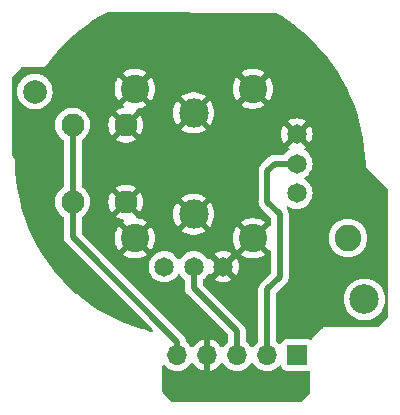
<source format=gbr>
%TF.GenerationSoftware,KiCad,Pcbnew,7.0.5*%
%TF.CreationDate,2023-08-28T18:37:27-04:00*%
%TF.ProjectId,StickRight,53746963-6b52-4696-9768-742e6b696361,rev?*%
%TF.SameCoordinates,Original*%
%TF.FileFunction,Copper,L1,Top*%
%TF.FilePolarity,Positive*%
%FSLAX46Y46*%
G04 Gerber Fmt 4.6, Leading zero omitted, Abs format (unit mm)*
G04 Created by KiCad (PCBNEW 7.0.5) date 2023-08-28 18:37:27*
%MOMM*%
%LPD*%
G01*
G04 APERTURE LIST*
%TA.AperFunction,ComponentPad*%
%ADD10R,1.700000X1.700000*%
%TD*%
%TA.AperFunction,ComponentPad*%
%ADD11O,1.700000X1.700000*%
%TD*%
%TA.AperFunction,ComponentPad*%
%ADD12C,1.950000*%
%TD*%
%TA.AperFunction,ComponentPad*%
%ADD13C,1.650000*%
%TD*%
%TA.AperFunction,ComponentPad*%
%ADD14C,2.500000*%
%TD*%
%TA.AperFunction,ComponentPad*%
%ADD15C,2.000000*%
%TD*%
%TA.AperFunction,ComponentPad*%
%ADD16C,2.250000*%
%TD*%
%TA.AperFunction,ComponentPad*%
%ADD17C,2.400000*%
%TD*%
%TA.AperFunction,ComponentPad*%
%ADD18C,2.475000*%
%TD*%
%TA.AperFunction,ViaPad*%
%ADD19C,0.600000*%
%TD*%
%TA.AperFunction,Conductor*%
%ADD20C,0.500000*%
%TD*%
G04 APERTURE END LIST*
D10*
%TO.P,J1,1,Pin_1*%
%TO.N,Net-(J1-Pin_1)*%
X147275000Y-96625000D03*
D11*
%TO.P,J1,2,Pin_2*%
%TO.N,Net-(J1-Pin_2)*%
X144735000Y-96625000D03*
%TO.P,J1,3,Pin_3*%
%TO.N,Net-(J1-Pin_3)*%
X142195000Y-96625000D03*
%TO.P,J1,4,Pin_4*%
%TO.N,GND*%
X139655000Y-96625000D03*
%TO.P,J1,5,Pin_5*%
%TO.N,Net-(J1-Pin_5)*%
X137115000Y-96625000D03*
%TD*%
D12*
%TO.P,U1,A1,A1*%
%TO.N,GND*%
X132765000Y-83680000D03*
X132765000Y-77180000D03*
D13*
%TO.P,U1,A11,A11*%
%TO.N,Net-(J1-Pin_1)*%
X136015000Y-89160000D03*
%TO.P,U1,A12,A12*%
%TO.N,Net-(J1-Pin_3)*%
X138515000Y-89160000D03*
%TO.P,U1,A13,A13*%
%TO.N,GND*%
X141015000Y-89160000D03*
D12*
%TO.P,U1,B1,B1*%
%TO.N,Net-(J1-Pin_5)*%
X128265000Y-83680000D03*
X128265000Y-77180000D03*
D14*
%TO.P,U1,B2*%
%TO.N,N/C*%
X152967500Y-91933000D03*
D15*
X125067500Y-74333000D03*
D16*
%TO.P,U1,B3*%
X151567500Y-86733000D03*
D13*
%TO.P,U1,B11,B11*%
%TO.N,Net-(J1-Pin_1)*%
X147245000Y-82930000D03*
%TO.P,U1,B12,B12*%
%TO.N,Net-(J1-Pin_2)*%
X147245000Y-80430000D03*
%TO.P,U1,B13,B13*%
%TO.N,GND*%
X147245000Y-77930000D03*
D17*
%TO.P,U1,MH1,MH1*%
X143515000Y-86755000D03*
X143515000Y-74105000D03*
X133515000Y-86755000D03*
X133515000Y-74105000D03*
D18*
%TO.P,U1,MH2,MH2*%
X138515000Y-84730000D03*
X138515000Y-76130000D03*
%TD*%
D19*
%TO.N,GND*%
X127500000Y-72500000D03*
X150000000Y-92500000D03*
X125000000Y-82500000D03*
X147500000Y-70000000D03*
X150000000Y-75000000D03*
X142500000Y-70000000D03*
X152500000Y-80000000D03*
X137500000Y-100000000D03*
X132500000Y-92500000D03*
X125000000Y-77500000D03*
X132500000Y-70000000D03*
X127500000Y-87500000D03*
X147500000Y-100000000D03*
X137500000Y-70000000D03*
%TD*%
D20*
%TO.N,Net-(J1-Pin_2)*%
X144750000Y-81060000D02*
X145380000Y-80430000D01*
X144735000Y-96625000D02*
X144735000Y-91085000D01*
X145790000Y-90030000D02*
X145790000Y-84700000D01*
X145380000Y-80430000D02*
X147245000Y-80430000D01*
X145790000Y-84700000D02*
X144750000Y-83660000D01*
X144735000Y-91085000D02*
X145790000Y-90030000D01*
X144750000Y-83660000D02*
X144750000Y-81060000D01*
%TO.N,Net-(J1-Pin_3)*%
X142195000Y-94645000D02*
X142195000Y-96625000D01*
X138515000Y-89160000D02*
X138515000Y-90965000D01*
X138515000Y-90965000D02*
X142195000Y-94645000D01*
%TO.N,Net-(J1-Pin_5)*%
X128265000Y-77180000D02*
X128265000Y-83680000D01*
X128265000Y-86655000D02*
X137115000Y-95505000D01*
X128265000Y-83680000D02*
X128265000Y-86655000D01*
X137115000Y-95505000D02*
X137115000Y-96625000D01*
%TD*%
%TA.AperFunction,Conductor*%
%TO.N,GND*%
G36*
X139905000Y-97955633D02*
G01*
X140118483Y-97898433D01*
X140118492Y-97898429D01*
X140332578Y-97798600D01*
X140526082Y-97663105D01*
X140693105Y-97496082D01*
X140823119Y-97310405D01*
X140877696Y-97266781D01*
X140947195Y-97259588D01*
X141009549Y-97291110D01*
X141026269Y-97310405D01*
X141156505Y-97496401D01*
X141323599Y-97663495D01*
X141420384Y-97731265D01*
X141517165Y-97799032D01*
X141517167Y-97799033D01*
X141517170Y-97799035D01*
X141731337Y-97898903D01*
X141959592Y-97960063D01*
X142136034Y-97975500D01*
X142194999Y-97980659D01*
X142195000Y-97980659D01*
X142195001Y-97980659D01*
X142253966Y-97975500D01*
X142430408Y-97960063D01*
X142658663Y-97898903D01*
X142872830Y-97799035D01*
X143066401Y-97663495D01*
X143233495Y-97496401D01*
X143363424Y-97310842D01*
X143418002Y-97267217D01*
X143487500Y-97260023D01*
X143549855Y-97291546D01*
X143566575Y-97310842D01*
X143696281Y-97496082D01*
X143696505Y-97496401D01*
X143863599Y-97663495D01*
X143960384Y-97731265D01*
X144057165Y-97799032D01*
X144057167Y-97799033D01*
X144057170Y-97799035D01*
X144271337Y-97898903D01*
X144499592Y-97960063D01*
X144676034Y-97975500D01*
X144734999Y-97980659D01*
X144735000Y-97980659D01*
X144735001Y-97980659D01*
X144793966Y-97975500D01*
X144970408Y-97960063D01*
X145198663Y-97898903D01*
X145412830Y-97799035D01*
X145606401Y-97663495D01*
X145728329Y-97541566D01*
X145789648Y-97508084D01*
X145859340Y-97513068D01*
X145915274Y-97554939D01*
X145932189Y-97585917D01*
X145981202Y-97717328D01*
X145981206Y-97717335D01*
X146067452Y-97832544D01*
X146067455Y-97832547D01*
X146182664Y-97918793D01*
X146182671Y-97918797D01*
X146317517Y-97969091D01*
X146317516Y-97969091D01*
X146320251Y-97969385D01*
X146377127Y-97975500D01*
X148172872Y-97975499D01*
X148229746Y-97969385D01*
X148298506Y-97981792D01*
X148349642Y-98029403D01*
X148367000Y-98092675D01*
X148367000Y-99774323D01*
X148347315Y-99841362D01*
X148330681Y-99862004D01*
X147596505Y-100596181D01*
X147535182Y-100629666D01*
X147508824Y-100632500D01*
X136726176Y-100632500D01*
X136659137Y-100612815D01*
X136638495Y-100596181D01*
X135903349Y-99861035D01*
X135869864Y-99799712D01*
X135867031Y-99773819D01*
X135860724Y-98092675D01*
X135858793Y-97578091D01*
X135878226Y-97510980D01*
X135930858Y-97465028D01*
X135999978Y-97454825D01*
X136063643Y-97483611D01*
X136072586Y-97492663D01*
X136072677Y-97492573D01*
X136076505Y-97496400D01*
X136076505Y-97496401D01*
X136243599Y-97663495D01*
X136340384Y-97731265D01*
X136437165Y-97799032D01*
X136437167Y-97799033D01*
X136437170Y-97799035D01*
X136651337Y-97898903D01*
X136879592Y-97960063D01*
X137056034Y-97975500D01*
X137114999Y-97980659D01*
X137115000Y-97980659D01*
X137115001Y-97980659D01*
X137173966Y-97975500D01*
X137350408Y-97960063D01*
X137578663Y-97898903D01*
X137792830Y-97799035D01*
X137986401Y-97663495D01*
X138153495Y-97496401D01*
X138283730Y-97310405D01*
X138338307Y-97266781D01*
X138407805Y-97259587D01*
X138470160Y-97291110D01*
X138486879Y-97310405D01*
X138616890Y-97496078D01*
X138783917Y-97663105D01*
X138977421Y-97798600D01*
X139191507Y-97898429D01*
X139191516Y-97898433D01*
X139405000Y-97955634D01*
X139405000Y-97060501D01*
X139512685Y-97109680D01*
X139619237Y-97125000D01*
X139690763Y-97125000D01*
X139797315Y-97109680D01*
X139905000Y-97060501D01*
X139905000Y-97955633D01*
G37*
%TD.AperFunction*%
%TA.AperFunction,Conductor*%
G36*
X145389675Y-67644468D02*
G01*
X145452993Y-67661908D01*
X145961450Y-67964482D01*
X145964006Y-67966090D01*
X146588347Y-68380787D01*
X146590818Y-68382518D01*
X147193859Y-68827594D01*
X147196283Y-68829478D01*
X147420468Y-69012747D01*
X147776546Y-69303839D01*
X147778864Y-69305831D01*
X148334945Y-69808330D01*
X148337171Y-69810444D01*
X148867699Y-70339842D01*
X148869807Y-70342052D01*
X148991113Y-70475719D01*
X149373493Y-70897062D01*
X149375499Y-70899385D01*
X149851094Y-71478631D01*
X149852983Y-71481051D01*
X150299338Y-72083134D01*
X150301090Y-72085625D01*
X150717098Y-72709049D01*
X150718738Y-72711644D01*
X151103384Y-73354891D01*
X151104893Y-73357564D01*
X151457229Y-74019045D01*
X151458605Y-74021789D01*
X151777790Y-74699929D01*
X151779023Y-74702727D01*
X152064262Y-75395840D01*
X152065343Y-75398664D01*
X152315919Y-76105008D01*
X152316874Y-76107925D01*
X152532197Y-76825827D01*
X152533005Y-76828789D01*
X152621278Y-77186577D01*
X152706266Y-77531055D01*
X152712530Y-77556442D01*
X152713188Y-77559427D01*
X152854241Y-78283553D01*
X152856483Y-78295064D01*
X152856995Y-78298091D01*
X152963715Y-79039955D01*
X152964077Y-79043003D01*
X153033951Y-79789207D01*
X153034161Y-79792270D01*
X153064054Y-80473413D01*
X153062825Y-80488019D01*
X153063773Y-80488087D01*
X153063140Y-80496928D01*
X153067224Y-80554013D01*
X153067370Y-80557252D01*
X153068348Y-80608443D01*
X153068415Y-80608673D01*
X153072959Y-80634194D01*
X153073409Y-80640483D01*
X153073409Y-80640485D01*
X153091068Y-80687830D01*
X153092546Y-80692308D01*
X153104883Y-80735062D01*
X153108881Y-80741691D01*
X153118881Y-80762400D01*
X153123702Y-80775327D01*
X153123703Y-80775328D01*
X153123704Y-80775331D01*
X153143344Y-80801567D01*
X153149967Y-80810414D01*
X153153423Y-80815546D01*
X153172942Y-80847909D01*
X153172943Y-80847910D01*
X153172945Y-80847913D01*
X153217042Y-80890356D01*
X154930682Y-82603996D01*
X154964166Y-82665317D01*
X154967000Y-82691675D01*
X154967000Y-91876209D01*
X154949348Y-91936322D01*
X154964255Y-91963844D01*
X154967000Y-91989790D01*
X154967000Y-93374323D01*
X154947315Y-93441362D01*
X154930681Y-93462004D01*
X154196505Y-94196181D01*
X154135182Y-94229666D01*
X154108824Y-94232500D01*
X149834643Y-94232500D01*
X149808285Y-94229666D01*
X149803574Y-94228641D01*
X149803570Y-94228641D01*
X149765052Y-94231396D01*
X149751828Y-94232342D01*
X149747406Y-94232500D01*
X149731699Y-94232500D01*
X149716156Y-94234734D01*
X149711760Y-94235207D01*
X149660017Y-94238909D01*
X149660013Y-94238910D01*
X149655486Y-94240598D01*
X149629827Y-94247146D01*
X149625050Y-94247833D01*
X149625043Y-94247835D01*
X149577853Y-94269385D01*
X149573764Y-94271078D01*
X149525175Y-94289200D01*
X149525164Y-94289206D01*
X149521299Y-94292100D01*
X149498520Y-94305615D01*
X149494136Y-94307617D01*
X149494126Y-94307623D01*
X149473304Y-94325666D01*
X149454928Y-94341587D01*
X149451496Y-94344354D01*
X149438902Y-94353781D01*
X149427791Y-94364892D01*
X149424555Y-94367905D01*
X149385361Y-94401867D01*
X149385354Y-94401876D01*
X149382743Y-94405938D01*
X149366116Y-94426568D01*
X148561068Y-95231616D01*
X148540438Y-95248243D01*
X148536376Y-95250854D01*
X148536367Y-95250861D01*
X148502403Y-95290057D01*
X148499387Y-95293296D01*
X148492253Y-95300430D01*
X148430930Y-95333915D01*
X148361239Y-95328931D01*
X148232482Y-95280908D01*
X148232483Y-95280908D01*
X148172883Y-95274501D01*
X148172881Y-95274500D01*
X148172873Y-95274500D01*
X148172864Y-95274500D01*
X146377129Y-95274500D01*
X146377123Y-95274501D01*
X146317516Y-95280908D01*
X146182671Y-95331202D01*
X146182664Y-95331206D01*
X146067455Y-95417452D01*
X146067452Y-95417455D01*
X145981206Y-95532664D01*
X145981203Y-95532669D01*
X145932189Y-95664083D01*
X145890317Y-95720016D01*
X145824853Y-95744433D01*
X145756580Y-95729581D01*
X145728326Y-95708430D01*
X145606403Y-95586507D01*
X145606402Y-95586506D01*
X145606401Y-95586505D01*
X145558628Y-95553054D01*
X145538375Y-95538872D01*
X145494751Y-95484294D01*
X145485500Y-95437298D01*
X145485500Y-91933004D01*
X151212092Y-91933004D01*
X151231696Y-92194620D01*
X151231697Y-92194625D01*
X151290076Y-92450402D01*
X151290078Y-92450411D01*
X151290080Y-92450416D01*
X151385932Y-92694643D01*
X151517114Y-92921857D01*
X151649236Y-93087533D01*
X151680698Y-93126985D01*
X151862253Y-93295441D01*
X151873021Y-93305433D01*
X152089796Y-93453228D01*
X152089801Y-93453230D01*
X152089802Y-93453231D01*
X152089803Y-93453232D01*
X152215343Y-93513688D01*
X152326173Y-93567061D01*
X152326174Y-93567061D01*
X152326177Y-93567063D01*
X152576885Y-93644396D01*
X152836318Y-93683500D01*
X153098682Y-93683500D01*
X153358115Y-93644396D01*
X153608823Y-93567063D01*
X153795611Y-93477110D01*
X153845196Y-93453232D01*
X153845196Y-93453231D01*
X153845204Y-93453228D01*
X154061979Y-93305433D01*
X154254305Y-93126981D01*
X154417886Y-92921857D01*
X154549068Y-92694643D01*
X154644920Y-92450416D01*
X154703302Y-92194630D01*
X154706452Y-92152594D01*
X154719347Y-91980524D01*
X154737556Y-91932203D01*
X154724023Y-91911144D01*
X154719347Y-91885475D01*
X154703303Y-91671379D01*
X154703302Y-91671374D01*
X154703302Y-91671370D01*
X154644920Y-91415584D01*
X154549068Y-91171357D01*
X154417886Y-90944143D01*
X154254305Y-90739019D01*
X154254304Y-90739018D01*
X154254301Y-90739014D01*
X154061979Y-90560567D01*
X154031214Y-90539592D01*
X153845204Y-90412772D01*
X153845200Y-90412770D01*
X153845197Y-90412768D01*
X153845196Y-90412767D01*
X153608825Y-90298938D01*
X153608827Y-90298938D01*
X153358123Y-90221606D01*
X153358119Y-90221605D01*
X153358115Y-90221604D01*
X153233323Y-90202794D01*
X153098687Y-90182500D01*
X153098682Y-90182500D01*
X152836318Y-90182500D01*
X152836312Y-90182500D01*
X152674747Y-90206853D01*
X152576885Y-90221604D01*
X152576881Y-90221605D01*
X152576882Y-90221605D01*
X152576876Y-90221606D01*
X152326173Y-90298938D01*
X152089803Y-90412767D01*
X152089802Y-90412768D01*
X151873020Y-90560567D01*
X151680698Y-90739014D01*
X151517114Y-90944143D01*
X151385932Y-91171356D01*
X151290082Y-91415578D01*
X151290076Y-91415597D01*
X151231697Y-91671374D01*
X151231696Y-91671379D01*
X151212092Y-91932995D01*
X151212092Y-91933004D01*
X145485500Y-91933004D01*
X145485500Y-91447229D01*
X145505185Y-91380190D01*
X145521819Y-91359548D01*
X145886303Y-90995064D01*
X146275642Y-90605724D01*
X146289257Y-90593958D01*
X146308530Y-90579610D01*
X146342123Y-90539574D01*
X146345757Y-90535608D01*
X146351590Y-90529777D01*
X146371376Y-90504750D01*
X146372494Y-90503378D01*
X146421302Y-90445214D01*
X146421303Y-90445211D01*
X146425272Y-90439179D01*
X146425323Y-90439212D01*
X146429369Y-90432860D01*
X146429317Y-90432828D01*
X146433109Y-90426679D01*
X146433111Y-90426677D01*
X146465195Y-90357869D01*
X146465958Y-90356292D01*
X146500040Y-90288433D01*
X146500043Y-90288417D01*
X146502510Y-90281644D01*
X146502568Y-90281665D01*
X146505043Y-90274546D01*
X146504985Y-90274527D01*
X146507255Y-90267677D01*
X146510876Y-90250141D01*
X146522608Y-90193319D01*
X146522990Y-90191596D01*
X146540501Y-90117716D01*
X146541339Y-90110548D01*
X146541397Y-90110554D01*
X146542164Y-90103056D01*
X146542104Y-90103051D01*
X146542733Y-90095860D01*
X146540526Y-90019988D01*
X146540500Y-90018185D01*
X146540500Y-86733000D01*
X149936974Y-86733000D01*
X149957047Y-86988064D01*
X149957047Y-86988067D01*
X149957048Y-86988070D01*
X150006494Y-87194025D01*
X150016779Y-87236864D01*
X150114688Y-87473239D01*
X150114690Y-87473242D01*
X150248375Y-87691396D01*
X150248378Y-87691401D01*
X150312499Y-87766476D01*
X150414544Y-87885956D01*
X150535683Y-87989418D01*
X150609098Y-88052121D01*
X150609100Y-88052122D01*
X150609101Y-88052123D01*
X150633972Y-88067364D01*
X150827257Y-88185809D01*
X150827260Y-88185811D01*
X151063635Y-88283720D01*
X151063640Y-88283722D01*
X151312430Y-88343452D01*
X151567500Y-88363526D01*
X151822570Y-88343452D01*
X152071360Y-88283722D01*
X152189551Y-88234765D01*
X152307739Y-88185811D01*
X152307740Y-88185810D01*
X152307743Y-88185809D01*
X152525899Y-88052123D01*
X152720456Y-87885956D01*
X152886623Y-87691399D01*
X153020309Y-87473243D01*
X153057100Y-87384423D01*
X153118220Y-87236864D01*
X153118222Y-87236860D01*
X153177952Y-86988070D01*
X153198026Y-86733000D01*
X153177952Y-86477930D01*
X153118222Y-86229140D01*
X153075325Y-86125577D01*
X153020311Y-85992760D01*
X153020309Y-85992757D01*
X153006439Y-85970123D01*
X152886623Y-85774601D01*
X152886622Y-85774600D01*
X152886621Y-85774598D01*
X152811596Y-85686756D01*
X152720456Y-85580044D01*
X152607025Y-85483165D01*
X152525901Y-85413878D01*
X152525896Y-85413875D01*
X152307742Y-85280190D01*
X152307739Y-85280188D01*
X152071364Y-85182279D01*
X152071360Y-85182278D01*
X151822570Y-85122548D01*
X151822567Y-85122547D01*
X151822564Y-85122547D01*
X151600596Y-85105078D01*
X151567500Y-85102474D01*
X151567499Y-85102474D01*
X151312435Y-85122547D01*
X151312431Y-85122547D01*
X151312430Y-85122548D01*
X151188034Y-85152412D01*
X151063635Y-85182279D01*
X150827260Y-85280188D01*
X150827257Y-85280190D01*
X150609103Y-85413875D01*
X150609098Y-85413878D01*
X150414544Y-85580044D01*
X150248378Y-85774598D01*
X150248375Y-85774603D01*
X150114690Y-85992757D01*
X150114688Y-85992760D01*
X150016779Y-86229135D01*
X149957047Y-86477935D01*
X149936974Y-86733000D01*
X146540500Y-86733000D01*
X146540500Y-84763705D01*
X146541809Y-84745735D01*
X146544113Y-84730004D01*
X146545289Y-84721977D01*
X146540735Y-84669933D01*
X146540500Y-84664532D01*
X146540500Y-84656296D01*
X146540500Y-84656291D01*
X146536787Y-84624534D01*
X146536620Y-84622898D01*
X146532082Y-84571025D01*
X146529999Y-84547208D01*
X146528538Y-84540135D01*
X146528598Y-84540122D01*
X146526966Y-84532764D01*
X146526908Y-84532778D01*
X146525242Y-84525749D01*
X146499275Y-84454404D01*
X146498703Y-84452762D01*
X146474814Y-84380666D01*
X146474811Y-84380662D01*
X146471762Y-84374121D01*
X146471815Y-84374095D01*
X146468531Y-84367311D01*
X146468479Y-84367338D01*
X146465236Y-84360882D01*
X146423530Y-84297469D01*
X146422561Y-84295949D01*
X146403033Y-84264290D01*
X146386385Y-84237300D01*
X146367945Y-84169908D01*
X146388867Y-84103245D01*
X146442509Y-84058475D01*
X146511839Y-84049813D01*
X146563046Y-84070627D01*
X146579718Y-84082301D01*
X146789921Y-84180320D01*
X147013950Y-84240349D01*
X147171424Y-84254126D01*
X147244998Y-84260563D01*
X147245000Y-84260563D01*
X147245002Y-84260563D01*
X147318576Y-84254126D01*
X147476050Y-84240349D01*
X147700079Y-84180320D01*
X147910282Y-84082301D01*
X148100269Y-83949270D01*
X148264270Y-83785269D01*
X148397301Y-83595282D01*
X148495320Y-83385079D01*
X148555349Y-83161050D01*
X148575563Y-82930000D01*
X148555349Y-82698950D01*
X148495320Y-82474921D01*
X148397301Y-82264719D01*
X148397299Y-82264716D01*
X148397298Y-82264714D01*
X148264273Y-82074735D01*
X148264268Y-82074729D01*
X148100269Y-81910730D01*
X148100268Y-81910729D01*
X147915814Y-81781572D01*
X147872192Y-81726998D01*
X147864999Y-81657499D01*
X147896521Y-81595145D01*
X147915809Y-81578430D01*
X148100269Y-81449270D01*
X148264270Y-81285269D01*
X148397301Y-81095282D01*
X148495320Y-80885079D01*
X148555349Y-80661050D01*
X148575563Y-80430000D01*
X148555349Y-80198950D01*
X148495320Y-79974921D01*
X148397301Y-79764719D01*
X148397299Y-79764716D01*
X148397298Y-79764714D01*
X148264273Y-79574735D01*
X148264268Y-79574729D01*
X148100269Y-79410730D01*
X147915379Y-79281268D01*
X147871757Y-79226693D01*
X147864564Y-79157194D01*
X147896086Y-79094840D01*
X147915381Y-79078120D01*
X147988423Y-79026975D01*
X147416568Y-78455121D01*
X147533458Y-78404349D01*
X147650739Y-78308934D01*
X147737928Y-78185415D01*
X147768354Y-78099802D01*
X148341975Y-78673423D01*
X148396867Y-78595030D01*
X148494847Y-78384909D01*
X148494851Y-78384900D01*
X148554852Y-78160968D01*
X148554854Y-78160958D01*
X148575061Y-77930000D01*
X148575061Y-77929999D01*
X148554854Y-77699041D01*
X148554852Y-77699031D01*
X148494851Y-77475099D01*
X148494847Y-77475090D01*
X148396868Y-77264972D01*
X148341974Y-77186576D01*
X147770929Y-77757622D01*
X147768116Y-77744085D01*
X147698558Y-77609844D01*
X147595362Y-77499348D01*
X147466181Y-77420791D01*
X147414997Y-77406450D01*
X147988423Y-76833024D01*
X147988422Y-76833023D01*
X147910031Y-76778133D01*
X147910029Y-76778132D01*
X147699909Y-76680152D01*
X147699900Y-76680148D01*
X147475968Y-76620147D01*
X147475958Y-76620145D01*
X147245001Y-76599939D01*
X147244999Y-76599939D01*
X147014041Y-76620145D01*
X147014031Y-76620147D01*
X146790099Y-76680148D01*
X146790090Y-76680152D01*
X146579971Y-76778132D01*
X146579969Y-76778133D01*
X146501577Y-76833024D01*
X146501576Y-76833024D01*
X147073431Y-77404878D01*
X146956542Y-77455651D01*
X146839261Y-77551066D01*
X146752072Y-77674585D01*
X146721645Y-77760196D01*
X146148025Y-77186576D01*
X146148024Y-77186577D01*
X146093133Y-77264969D01*
X146093132Y-77264971D01*
X145995152Y-77475090D01*
X145995148Y-77475099D01*
X145935147Y-77699031D01*
X145935145Y-77699041D01*
X145914939Y-77929999D01*
X145914939Y-77930000D01*
X145935145Y-78160958D01*
X145935147Y-78160968D01*
X145995148Y-78384900D01*
X145995152Y-78384909D01*
X146093132Y-78595029D01*
X146093133Y-78595031D01*
X146148023Y-78673422D01*
X146148023Y-78673423D01*
X146719070Y-78102376D01*
X146721884Y-78115915D01*
X146791442Y-78250156D01*
X146894638Y-78360652D01*
X147023819Y-78439209D01*
X147075002Y-78453549D01*
X146501575Y-79026975D01*
X146501575Y-79026976D01*
X146574618Y-79078120D01*
X146618243Y-79132696D01*
X146625437Y-79202194D01*
X146593915Y-79264549D01*
X146574619Y-79281270D01*
X146389731Y-79410730D01*
X146389729Y-79410731D01*
X146225731Y-79574729D01*
X146225726Y-79574735D01*
X146189395Y-79626623D01*
X146134819Y-79670248D01*
X146087820Y-79679500D01*
X145443708Y-79679500D01*
X145425737Y-79678191D01*
X145401979Y-79674711D01*
X145401973Y-79674710D01*
X145356903Y-79678654D01*
X145349931Y-79679264D01*
X145344530Y-79679500D01*
X145336283Y-79679500D01*
X145304606Y-79683202D01*
X145302832Y-79683384D01*
X145272390Y-79686047D01*
X145227198Y-79690001D01*
X145220132Y-79691460D01*
X145220120Y-79691404D01*
X145212763Y-79693035D01*
X145212777Y-79693092D01*
X145205740Y-79694760D01*
X145134385Y-79720729D01*
X145132685Y-79721320D01*
X145060668Y-79745185D01*
X145054126Y-79748236D01*
X145054101Y-79748183D01*
X145047308Y-79751471D01*
X145047334Y-79751523D01*
X145040880Y-79754764D01*
X144977468Y-79796470D01*
X144975948Y-79797439D01*
X144911348Y-79837285D01*
X144905683Y-79841765D01*
X144905647Y-79841719D01*
X144899797Y-79846485D01*
X144899834Y-79846529D01*
X144894304Y-79851169D01*
X144842197Y-79906396D01*
X144840942Y-79907688D01*
X144264358Y-80484272D01*
X144250729Y-80496051D01*
X144231468Y-80510390D01*
X144197898Y-80550397D01*
X144194253Y-80554376D01*
X144188407Y-80560223D01*
X144168618Y-80585251D01*
X144167481Y-80586647D01*
X144118694Y-80644790D01*
X144114729Y-80650819D01*
X144114682Y-80650788D01*
X144110630Y-80657147D01*
X144110679Y-80657177D01*
X144106889Y-80663321D01*
X144074812Y-80732110D01*
X144074027Y-80733731D01*
X144039957Y-80801572D01*
X144037488Y-80808357D01*
X144037432Y-80808336D01*
X144034960Y-80815450D01*
X144035015Y-80815469D01*
X144032743Y-80822325D01*
X144017391Y-80896670D01*
X144017001Y-80898428D01*
X143999499Y-80972279D01*
X143998661Y-80979454D01*
X143998601Y-80979447D01*
X143997835Y-80986945D01*
X143997895Y-80986951D01*
X143997265Y-80994140D01*
X143999474Y-81070030D01*
X143999500Y-81071833D01*
X143999500Y-83596294D01*
X143998191Y-83614263D01*
X143994710Y-83638025D01*
X143999264Y-83690064D01*
X143999500Y-83695470D01*
X143999500Y-83703712D01*
X144003202Y-83735391D01*
X144003383Y-83737159D01*
X144004515Y-83750095D01*
X144010000Y-83812792D01*
X144011461Y-83819867D01*
X144011403Y-83819878D01*
X144013034Y-83827237D01*
X144013092Y-83827224D01*
X144014757Y-83834249D01*
X144014758Y-83834254D01*
X144014759Y-83834255D01*
X144032302Y-83882457D01*
X144040708Y-83905551D01*
X144041299Y-83907253D01*
X144065182Y-83979326D01*
X144068236Y-83985874D01*
X144068182Y-83985898D01*
X144071470Y-83992688D01*
X144071521Y-83992663D01*
X144074761Y-83999113D01*
X144074762Y-83999114D01*
X144074763Y-83999117D01*
X144116494Y-84062567D01*
X144117443Y-84064058D01*
X144157289Y-84128657D01*
X144161766Y-84134319D01*
X144161719Y-84134355D01*
X144166483Y-84140202D01*
X144166529Y-84140164D01*
X144171164Y-84145687D01*
X144171170Y-84145696D01*
X144196834Y-84169908D01*
X144226366Y-84197770D01*
X144227660Y-84199027D01*
X145003181Y-84974548D01*
X145036666Y-85035871D01*
X145039500Y-85062229D01*
X145039500Y-85619717D01*
X145019815Y-85686756D01*
X144967011Y-85732511D01*
X144908548Y-85743522D01*
X144881546Y-85742005D01*
X144231660Y-86391890D01*
X144144423Y-86253052D01*
X144016948Y-86125577D01*
X143878108Y-86038338D01*
X144528185Y-85388261D01*
X144367377Y-85278624D01*
X144367376Y-85278623D01*
X144137823Y-85168078D01*
X144137825Y-85168078D01*
X143894347Y-85092975D01*
X143894341Y-85092973D01*
X143642404Y-85055000D01*
X143387595Y-85055000D01*
X143135658Y-85092973D01*
X143135652Y-85092975D01*
X142892175Y-85168078D01*
X142662624Y-85278623D01*
X142662616Y-85278628D01*
X142501813Y-85388261D01*
X143151891Y-86038338D01*
X143013052Y-86125577D01*
X142885577Y-86253052D01*
X142798338Y-86391891D01*
X142148453Y-85742006D01*
X142106455Y-85794670D01*
X141979058Y-86015328D01*
X141885973Y-86252505D01*
X141885968Y-86252522D01*
X141829273Y-86500920D01*
X141810233Y-86754995D01*
X141810233Y-86755004D01*
X141829273Y-87009079D01*
X141885968Y-87257477D01*
X141885973Y-87257494D01*
X141979058Y-87494671D01*
X141979057Y-87494671D01*
X142106457Y-87715332D01*
X142148452Y-87767993D01*
X142148453Y-87767993D01*
X142798338Y-87118108D01*
X142885577Y-87256948D01*
X143013052Y-87384423D01*
X143151890Y-87471661D01*
X142501813Y-88121737D01*
X142662623Y-88231375D01*
X142662624Y-88231376D01*
X142892176Y-88341921D01*
X142892174Y-88341921D01*
X143135652Y-88417024D01*
X143135658Y-88417026D01*
X143387595Y-88454999D01*
X143387604Y-88455000D01*
X143642396Y-88455000D01*
X143642404Y-88454999D01*
X143894341Y-88417026D01*
X143894347Y-88417024D01*
X144137824Y-88341921D01*
X144367381Y-88231373D01*
X144528185Y-88121737D01*
X143878108Y-87471661D01*
X144016948Y-87384423D01*
X144144423Y-87256948D01*
X144231661Y-87118108D01*
X144881544Y-87767992D01*
X144908547Y-87766476D01*
X144976584Y-87782370D01*
X145025228Y-87832526D01*
X145039500Y-87890281D01*
X145039500Y-89667769D01*
X145019815Y-89734808D01*
X145003181Y-89755450D01*
X144249358Y-90509272D01*
X144235729Y-90521051D01*
X144216468Y-90535390D01*
X144182898Y-90575397D01*
X144179253Y-90579376D01*
X144173407Y-90585223D01*
X144153618Y-90610251D01*
X144152481Y-90611647D01*
X144103694Y-90669790D01*
X144099729Y-90675819D01*
X144099682Y-90675788D01*
X144095630Y-90682147D01*
X144095679Y-90682177D01*
X144091889Y-90688321D01*
X144059812Y-90757110D01*
X144059027Y-90758731D01*
X144024957Y-90826572D01*
X144022488Y-90833357D01*
X144022432Y-90833336D01*
X144019960Y-90840450D01*
X144020015Y-90840469D01*
X144017743Y-90847325D01*
X144002391Y-90921670D01*
X144002001Y-90923428D01*
X143984499Y-90997279D01*
X143983661Y-91004454D01*
X143983601Y-91004447D01*
X143982835Y-91011945D01*
X143982895Y-91011951D01*
X143982265Y-91019140D01*
X143984474Y-91095030D01*
X143984500Y-91096833D01*
X143984500Y-95437298D01*
X143964815Y-95504337D01*
X143931625Y-95538872D01*
X143863595Y-95586507D01*
X143696505Y-95753597D01*
X143566575Y-95939158D01*
X143511998Y-95982783D01*
X143442500Y-95989977D01*
X143380145Y-95958454D01*
X143363425Y-95939158D01*
X143233494Y-95753597D01*
X143066404Y-95586507D01*
X142998375Y-95538872D01*
X142954751Y-95484294D01*
X142945500Y-95437298D01*
X142945500Y-94708705D01*
X142946809Y-94690735D01*
X142947931Y-94683077D01*
X142950289Y-94666977D01*
X142945735Y-94614931D01*
X142945500Y-94609528D01*
X142945500Y-94601296D01*
X142945500Y-94601291D01*
X142941795Y-94569602D01*
X142941618Y-94567876D01*
X142936312Y-94507219D01*
X142934999Y-94492201D01*
X142933539Y-94485129D01*
X142933597Y-94485116D01*
X142931965Y-94477757D01*
X142931906Y-94477772D01*
X142930241Y-94470751D01*
X142930241Y-94470745D01*
X142904267Y-94399382D01*
X142903691Y-94397723D01*
X142879814Y-94325666D01*
X142879810Y-94325659D01*
X142876760Y-94319118D01*
X142876815Y-94319091D01*
X142873533Y-94312313D01*
X142873480Y-94312340D01*
X142870236Y-94305881D01*
X142832058Y-94247835D01*
X142828523Y-94242461D01*
X142827560Y-94240949D01*
X142787710Y-94176342D01*
X142783234Y-94170682D01*
X142783281Y-94170644D01*
X142778519Y-94164799D01*
X142778474Y-94164838D01*
X142773831Y-94159305D01*
X142718616Y-94107212D01*
X142717356Y-94105989D01*
X139301819Y-90690451D01*
X139268334Y-90629128D01*
X139265500Y-90602770D01*
X139265500Y-90317180D01*
X139285185Y-90250141D01*
X139318377Y-90215605D01*
X139350146Y-90193360D01*
X139370269Y-90179270D01*
X139534270Y-90015269D01*
X139663731Y-89830379D01*
X139718307Y-89786757D01*
X139787806Y-89779564D01*
X139850160Y-89811086D01*
X139866880Y-89830382D01*
X139918023Y-89903422D01*
X139918024Y-89903423D01*
X140489070Y-89332376D01*
X140491884Y-89345915D01*
X140561442Y-89480156D01*
X140664638Y-89590652D01*
X140793819Y-89669209D01*
X140845002Y-89683549D01*
X140271575Y-90256975D01*
X140349973Y-90311868D01*
X140560090Y-90409847D01*
X140560099Y-90409851D01*
X140784031Y-90469852D01*
X140784041Y-90469854D01*
X141014999Y-90490061D01*
X141015001Y-90490061D01*
X141245958Y-90469854D01*
X141245968Y-90469852D01*
X141469900Y-90409851D01*
X141469909Y-90409847D01*
X141680030Y-90311867D01*
X141758423Y-90256975D01*
X141186568Y-89685121D01*
X141303458Y-89634349D01*
X141420739Y-89538934D01*
X141507928Y-89415415D01*
X141538354Y-89329802D01*
X142111975Y-89903423D01*
X142166867Y-89825030D01*
X142264847Y-89614909D01*
X142264851Y-89614900D01*
X142324852Y-89390968D01*
X142324854Y-89390958D01*
X142345061Y-89160000D01*
X142345061Y-89159999D01*
X142324854Y-88929041D01*
X142324852Y-88929031D01*
X142264851Y-88705099D01*
X142264847Y-88705090D01*
X142166868Y-88494972D01*
X142111974Y-88416576D01*
X141540929Y-88987622D01*
X141538116Y-88974085D01*
X141468558Y-88839844D01*
X141365362Y-88729348D01*
X141236181Y-88650791D01*
X141184997Y-88636450D01*
X141758423Y-88063024D01*
X141758422Y-88063023D01*
X141680031Y-88008133D01*
X141680029Y-88008132D01*
X141469909Y-87910152D01*
X141469900Y-87910148D01*
X141245968Y-87850147D01*
X141245958Y-87850145D01*
X141015001Y-87829939D01*
X141014999Y-87829939D01*
X140784041Y-87850145D01*
X140784031Y-87850147D01*
X140560099Y-87910148D01*
X140560090Y-87910152D01*
X140349971Y-88008132D01*
X140349969Y-88008133D01*
X140271577Y-88063024D01*
X140271576Y-88063024D01*
X140843431Y-88634878D01*
X140726542Y-88685651D01*
X140609261Y-88781066D01*
X140522072Y-88904585D01*
X140491645Y-88990197D01*
X139918024Y-88416576D01*
X139918023Y-88416577D01*
X139866880Y-88489618D01*
X139812303Y-88533243D01*
X139742805Y-88540437D01*
X139680450Y-88508914D01*
X139663730Y-88489619D01*
X139639489Y-88454999D01*
X139534270Y-88304731D01*
X139370269Y-88140730D01*
X139180282Y-88007699D01*
X138970079Y-87909680D01*
X138970076Y-87909679D01*
X138970074Y-87909678D01*
X138746051Y-87849651D01*
X138746044Y-87849650D01*
X138515002Y-87829437D01*
X138514998Y-87829437D01*
X138283955Y-87849650D01*
X138283948Y-87849651D01*
X138059917Y-87909681D01*
X137849718Y-88007699D01*
X137849714Y-88007701D01*
X137659735Y-88140726D01*
X137659729Y-88140731D01*
X137495731Y-88304729D01*
X137495726Y-88304735D01*
X137366575Y-88489183D01*
X137311998Y-88532808D01*
X137242500Y-88540002D01*
X137180145Y-88508479D01*
X137163425Y-88489183D01*
X137034273Y-88304735D01*
X137034268Y-88304729D01*
X136870269Y-88140730D01*
X136843144Y-88121737D01*
X136680282Y-88007699D01*
X136470079Y-87909680D01*
X136470076Y-87909679D01*
X136470074Y-87909678D01*
X136246051Y-87849651D01*
X136246044Y-87849650D01*
X136015002Y-87829437D01*
X136014998Y-87829437D01*
X135783955Y-87849650D01*
X135783948Y-87849651D01*
X135559917Y-87909681D01*
X135349718Y-88007699D01*
X135349714Y-88007701D01*
X135159735Y-88140726D01*
X135159729Y-88140731D01*
X134995731Y-88304729D01*
X134995726Y-88304735D01*
X134862701Y-88494714D01*
X134862699Y-88494718D01*
X134764681Y-88704917D01*
X134704651Y-88928948D01*
X134704650Y-88928955D01*
X134684437Y-89159998D01*
X134684437Y-89160001D01*
X134704650Y-89391044D01*
X134704651Y-89391051D01*
X134764678Y-89615074D01*
X134764679Y-89615076D01*
X134764680Y-89615079D01*
X134862699Y-89825282D01*
X134995730Y-90015269D01*
X135159731Y-90179270D01*
X135349718Y-90312301D01*
X135559921Y-90410320D01*
X135783950Y-90470349D01*
X135948985Y-90484787D01*
X136014998Y-90490563D01*
X136015000Y-90490563D01*
X136015002Y-90490563D01*
X136072762Y-90485509D01*
X136246050Y-90470349D01*
X136470079Y-90410320D01*
X136680282Y-90312301D01*
X136870269Y-90179270D01*
X137034270Y-90015269D01*
X137163427Y-89830814D01*
X137218002Y-89787192D01*
X137287501Y-89779999D01*
X137349855Y-89811521D01*
X137366569Y-89830809D01*
X137425296Y-89914679D01*
X137495730Y-90015269D01*
X137659729Y-90179268D01*
X137659735Y-90179273D01*
X137711623Y-90215605D01*
X137755248Y-90270181D01*
X137764500Y-90317180D01*
X137764500Y-90901294D01*
X137763191Y-90919263D01*
X137759710Y-90943025D01*
X137764264Y-90995064D01*
X137764500Y-91000470D01*
X137764500Y-91008712D01*
X137768202Y-91040391D01*
X137768386Y-91042185D01*
X137775000Y-91117792D01*
X137776461Y-91124867D01*
X137776403Y-91124878D01*
X137778034Y-91132237D01*
X137778092Y-91132224D01*
X137779757Y-91139249D01*
X137779758Y-91139254D01*
X137779759Y-91139255D01*
X137791442Y-91171356D01*
X137805708Y-91210551D01*
X137806299Y-91212253D01*
X137830182Y-91284326D01*
X137833236Y-91290874D01*
X137833182Y-91290898D01*
X137836470Y-91297688D01*
X137836521Y-91297663D01*
X137839761Y-91304113D01*
X137839762Y-91304114D01*
X137839763Y-91304117D01*
X137881494Y-91367567D01*
X137882443Y-91369058D01*
X137922289Y-91433657D01*
X137926766Y-91439319D01*
X137926719Y-91439356D01*
X137931482Y-91445202D01*
X137931528Y-91445164D01*
X137936173Y-91450699D01*
X137991363Y-91502768D01*
X137992657Y-91504025D01*
X141408181Y-94919549D01*
X141441666Y-94980872D01*
X141444500Y-95007230D01*
X141444499Y-95437298D01*
X141424814Y-95504338D01*
X141391625Y-95538871D01*
X141323597Y-95586506D01*
X141156508Y-95753594D01*
X141026269Y-95939595D01*
X140971692Y-95983219D01*
X140902193Y-95990412D01*
X140839839Y-95958890D01*
X140823119Y-95939594D01*
X140693113Y-95753926D01*
X140693108Y-95753920D01*
X140526082Y-95586894D01*
X140332578Y-95451399D01*
X140118492Y-95351570D01*
X140118486Y-95351567D01*
X139905000Y-95294364D01*
X139905000Y-96189498D01*
X139797315Y-96140320D01*
X139690763Y-96125000D01*
X139619237Y-96125000D01*
X139512685Y-96140320D01*
X139405000Y-96189498D01*
X139405000Y-95294364D01*
X139404999Y-95294364D01*
X139191513Y-95351567D01*
X139191507Y-95351570D01*
X138977422Y-95451399D01*
X138977420Y-95451400D01*
X138783926Y-95586886D01*
X138783920Y-95586891D01*
X138616891Y-95753920D01*
X138616890Y-95753922D01*
X138486880Y-95939595D01*
X138432303Y-95983219D01*
X138362804Y-95990412D01*
X138300450Y-95958890D01*
X138283730Y-95939594D01*
X138153494Y-95753597D01*
X137986402Y-95586506D01*
X137986395Y-95586501D01*
X137916241Y-95537378D01*
X137872616Y-95482801D01*
X137864204Y-95450206D01*
X137861797Y-95429616D01*
X137861618Y-95427869D01*
X137856457Y-95368874D01*
X137854999Y-95352201D01*
X137853539Y-95345129D01*
X137853597Y-95345116D01*
X137851965Y-95337757D01*
X137851906Y-95337772D01*
X137850241Y-95330751D01*
X137850241Y-95330745D01*
X137835432Y-95290057D01*
X137824284Y-95259427D01*
X137823692Y-95257724D01*
X137799813Y-95185663D01*
X137796764Y-95179124D01*
X137796817Y-95179099D01*
X137793531Y-95172311D01*
X137793479Y-95172338D01*
X137790236Y-95165882D01*
X137748530Y-95102469D01*
X137747561Y-95100949D01*
X137707714Y-95036347D01*
X137703234Y-95030681D01*
X137703280Y-95030643D01*
X137698519Y-95024799D01*
X137698474Y-95024838D01*
X137693831Y-95019305D01*
X137638634Y-94967229D01*
X137637374Y-94966006D01*
X129051818Y-86380450D01*
X129018333Y-86319127D01*
X129015499Y-86292777D01*
X129015499Y-85025312D01*
X129035184Y-84958274D01*
X129071690Y-84921496D01*
X129074778Y-84919478D01*
X129074788Y-84919473D01*
X129267754Y-84769281D01*
X129433368Y-84589377D01*
X129567111Y-84384667D01*
X129665336Y-84160736D01*
X129725364Y-83923692D01*
X129725371Y-83923605D01*
X129745557Y-83680005D01*
X131284944Y-83680005D01*
X131305130Y-83923605D01*
X131365138Y-84160573D01*
X131463328Y-84384424D01*
X131559626Y-84531820D01*
X132162452Y-83928992D01*
X132172188Y-83958956D01*
X132260186Y-84097619D01*
X132379903Y-84210040D01*
X132514510Y-84284041D01*
X131912757Y-84885793D01*
X131912758Y-84885794D01*
X131955485Y-84919050D01*
X131955485Y-84919051D01*
X132170468Y-85035394D01*
X132170476Y-85035397D01*
X132401665Y-85114765D01*
X132499824Y-85131145D01*
X132562709Y-85161595D01*
X132599149Y-85221210D01*
X132597574Y-85291062D01*
X132558485Y-85348973D01*
X132549267Y-85355907D01*
X132501813Y-85388260D01*
X132501813Y-85388261D01*
X133151891Y-86038338D01*
X133013052Y-86125577D01*
X132885577Y-86253052D01*
X132798338Y-86391891D01*
X132148453Y-85742006D01*
X132106455Y-85794670D01*
X131979058Y-86015328D01*
X131885973Y-86252505D01*
X131885968Y-86252522D01*
X131829273Y-86500920D01*
X131810233Y-86754995D01*
X131810233Y-86755004D01*
X131829273Y-87009079D01*
X131885968Y-87257477D01*
X131885973Y-87257494D01*
X131979058Y-87494671D01*
X131979057Y-87494671D01*
X132106457Y-87715332D01*
X132148452Y-87767993D01*
X132148453Y-87767993D01*
X132798338Y-87118108D01*
X132885577Y-87256948D01*
X133013052Y-87384423D01*
X133151890Y-87471661D01*
X132501813Y-88121737D01*
X132662623Y-88231375D01*
X132662624Y-88231376D01*
X132892176Y-88341921D01*
X132892174Y-88341921D01*
X133135652Y-88417024D01*
X133135658Y-88417026D01*
X133387595Y-88454999D01*
X133387604Y-88455000D01*
X133642396Y-88455000D01*
X133642404Y-88454999D01*
X133894341Y-88417026D01*
X133894347Y-88417024D01*
X134137824Y-88341921D01*
X134367381Y-88231373D01*
X134528185Y-88121737D01*
X133878108Y-87471661D01*
X134016948Y-87384423D01*
X134144423Y-87256948D01*
X134231661Y-87118109D01*
X134881545Y-87767993D01*
X134923545Y-87715327D01*
X135050941Y-87494671D01*
X135144026Y-87257494D01*
X135144031Y-87257477D01*
X135200726Y-87009079D01*
X135219767Y-86755004D01*
X135219767Y-86754995D01*
X135200726Y-86500920D01*
X135144031Y-86252522D01*
X135144026Y-86252505D01*
X135050941Y-86015328D01*
X135050942Y-86015328D01*
X134923544Y-85794671D01*
X134881546Y-85742006D01*
X134231661Y-86391890D01*
X134144423Y-86253052D01*
X134016948Y-86125577D01*
X133878108Y-86038338D01*
X134528185Y-85388261D01*
X134367377Y-85278624D01*
X134367376Y-85278623D01*
X134137823Y-85168078D01*
X134137825Y-85168078D01*
X133894347Y-85092975D01*
X133894342Y-85092974D01*
X133719385Y-85066603D01*
X133656029Y-85037146D01*
X133618655Y-84978113D01*
X133614105Y-84936305D01*
X133617240Y-84885792D01*
X133461452Y-84730004D01*
X136772628Y-84730004D01*
X136792087Y-84989677D01*
X136792088Y-84989682D01*
X136850033Y-85243559D01*
X136850039Y-85243578D01*
X136945177Y-85485987D01*
X137075387Y-85711516D01*
X137121768Y-85769677D01*
X137121769Y-85769677D01*
X137782258Y-85109187D01*
X137828130Y-85195710D01*
X137944302Y-85332478D01*
X138087160Y-85441076D01*
X138135234Y-85463317D01*
X137474826Y-86123724D01*
X137643813Y-86238937D01*
X137643822Y-86238942D01*
X137878437Y-86351926D01*
X137878435Y-86351926D01*
X138127277Y-86428684D01*
X138127283Y-86428685D01*
X138384786Y-86467499D01*
X138384793Y-86467500D01*
X138645207Y-86467500D01*
X138645213Y-86467499D01*
X138902716Y-86428685D01*
X138902722Y-86428684D01*
X139151563Y-86351926D01*
X139386177Y-86238942D01*
X139386179Y-86238941D01*
X139555172Y-86123724D01*
X138895393Y-85463946D01*
X139017213Y-85390650D01*
X139147492Y-85267243D01*
X139248196Y-85118716D01*
X139250780Y-85112228D01*
X139908229Y-85769677D01*
X139954615Y-85711511D01*
X140084822Y-85485987D01*
X140179960Y-85243578D01*
X140179966Y-85243559D01*
X140237911Y-84989682D01*
X140237912Y-84989677D01*
X140257372Y-84730004D01*
X140257372Y-84729995D01*
X140237912Y-84470322D01*
X140237911Y-84470317D01*
X140179966Y-84216440D01*
X140179960Y-84216421D01*
X140084822Y-83974012D01*
X139954612Y-83748483D01*
X139908230Y-83690321D01*
X139247740Y-84350811D01*
X139201870Y-84264290D01*
X139085698Y-84127522D01*
X138942840Y-84018924D01*
X138894765Y-83996682D01*
X139555172Y-83336274D01*
X139386186Y-83221062D01*
X139386177Y-83221057D01*
X139151562Y-83108073D01*
X139151564Y-83108073D01*
X138902722Y-83031315D01*
X138902716Y-83031314D01*
X138645213Y-82992500D01*
X138384786Y-82992500D01*
X138127283Y-83031314D01*
X138127277Y-83031315D01*
X137878436Y-83108073D01*
X137643819Y-83221059D01*
X137643806Y-83221066D01*
X137474826Y-83336273D01*
X138134606Y-83996053D01*
X138012787Y-84069350D01*
X137882508Y-84192757D01*
X137781804Y-84341284D01*
X137779218Y-84347771D01*
X137121769Y-83690322D01*
X137075385Y-83748486D01*
X136945177Y-83974012D01*
X136850039Y-84216421D01*
X136850033Y-84216440D01*
X136792088Y-84470317D01*
X136792087Y-84470322D01*
X136772628Y-84729995D01*
X136772628Y-84730004D01*
X133461452Y-84730004D01*
X133012534Y-84281086D01*
X133080629Y-84254126D01*
X133213492Y-84157595D01*
X133318175Y-84031055D01*
X133366631Y-83928080D01*
X133970372Y-84531820D01*
X134066669Y-84384429D01*
X134164861Y-84160573D01*
X134224869Y-83923605D01*
X134245055Y-83680005D01*
X134245055Y-83679994D01*
X134224869Y-83436394D01*
X134164861Y-83199426D01*
X134066671Y-82975575D01*
X133970372Y-82828178D01*
X133367546Y-83431003D01*
X133357812Y-83401044D01*
X133269814Y-83262381D01*
X133150097Y-83149960D01*
X133015487Y-83075957D01*
X133617240Y-82474206D01*
X133617240Y-82474204D01*
X133574514Y-82440949D01*
X133574514Y-82440948D01*
X133359531Y-82324605D01*
X133359523Y-82324602D01*
X133128335Y-82245234D01*
X132887221Y-82205000D01*
X132642779Y-82205000D01*
X132401664Y-82245234D01*
X132170476Y-82324602D01*
X132170468Y-82324605D01*
X131955484Y-82440949D01*
X131955478Y-82440953D01*
X131912758Y-82474203D01*
X131912758Y-82474205D01*
X132517466Y-83078913D01*
X132449371Y-83105874D01*
X132316508Y-83202405D01*
X132211825Y-83328945D01*
X132163368Y-83431921D01*
X131559625Y-82828178D01*
X131463329Y-82975572D01*
X131365138Y-83199426D01*
X131305130Y-83436394D01*
X131284944Y-83679994D01*
X131284944Y-83680005D01*
X129745557Y-83680005D01*
X129745557Y-83679994D01*
X129725365Y-83436316D01*
X129725363Y-83436304D01*
X129700032Y-83336274D01*
X129665336Y-83199264D01*
X129567111Y-82975333D01*
X129535090Y-82926321D01*
X129433367Y-82770621D01*
X129267757Y-82590722D01*
X129267756Y-82590721D01*
X129267754Y-82590719D01*
X129119295Y-82475168D01*
X129074786Y-82440525D01*
X129071671Y-82438490D01*
X129026318Y-82385341D01*
X129015500Y-82334686D01*
X129015500Y-78525313D01*
X129035185Y-78458274D01*
X129071675Y-78421507D01*
X129074779Y-78419477D01*
X129074788Y-78419473D01*
X129267754Y-78269281D01*
X129433368Y-78089377D01*
X129567111Y-77884667D01*
X129665336Y-77660736D01*
X129725364Y-77423692D01*
X129725371Y-77423605D01*
X129745557Y-77180005D01*
X131284944Y-77180005D01*
X131305130Y-77423605D01*
X131365138Y-77660573D01*
X131463328Y-77884424D01*
X131559626Y-78031820D01*
X132162452Y-77428992D01*
X132172188Y-77458956D01*
X132260186Y-77597619D01*
X132379903Y-77710040D01*
X132514510Y-77784041D01*
X131912757Y-78385793D01*
X131912758Y-78385794D01*
X131955485Y-78419050D01*
X131955485Y-78419051D01*
X132170468Y-78535394D01*
X132170476Y-78535397D01*
X132401664Y-78614765D01*
X132642779Y-78655000D01*
X132887221Y-78655000D01*
X133128335Y-78614765D01*
X133359523Y-78535397D01*
X133359531Y-78535394D01*
X133574515Y-78419050D01*
X133574516Y-78419048D01*
X133617240Y-78385794D01*
X133617241Y-78385793D01*
X133012534Y-77781086D01*
X133080629Y-77754126D01*
X133213492Y-77657595D01*
X133318175Y-77531055D01*
X133366631Y-77428080D01*
X133970372Y-78031820D01*
X134066669Y-77884429D01*
X134164861Y-77660573D01*
X134224869Y-77423605D01*
X134245055Y-77180005D01*
X134245055Y-77179994D01*
X134224869Y-76936394D01*
X134164861Y-76699426D01*
X134066671Y-76475575D01*
X133970372Y-76328178D01*
X133367546Y-76931003D01*
X133357812Y-76901044D01*
X133269814Y-76762381D01*
X133150097Y-76649960D01*
X133015487Y-76575957D01*
X133461441Y-76130004D01*
X136772628Y-76130004D01*
X136792087Y-76389677D01*
X136792088Y-76389682D01*
X136850033Y-76643559D01*
X136850039Y-76643578D01*
X136945177Y-76885987D01*
X137075387Y-77111516D01*
X137121768Y-77169677D01*
X137782258Y-76509187D01*
X137828130Y-76595710D01*
X137944302Y-76732478D01*
X138087160Y-76841076D01*
X138135234Y-76863317D01*
X137474826Y-77523724D01*
X137643813Y-77638937D01*
X137643822Y-77638942D01*
X137878437Y-77751926D01*
X137878435Y-77751926D01*
X138127277Y-77828684D01*
X138127283Y-77828685D01*
X138384786Y-77867499D01*
X138384793Y-77867500D01*
X138645207Y-77867500D01*
X138645213Y-77867499D01*
X138902716Y-77828685D01*
X138902722Y-77828684D01*
X139151563Y-77751926D01*
X139386177Y-77638942D01*
X139386179Y-77638941D01*
X139555172Y-77523724D01*
X138895393Y-76863946D01*
X139017213Y-76790650D01*
X139147492Y-76667243D01*
X139248196Y-76518716D01*
X139250781Y-76512227D01*
X139908229Y-77169677D01*
X139954615Y-77111511D01*
X140084822Y-76885987D01*
X140179960Y-76643578D01*
X140179966Y-76643559D01*
X140237911Y-76389682D01*
X140237912Y-76389677D01*
X140257372Y-76130004D01*
X140257372Y-76129995D01*
X140237912Y-75870322D01*
X140237911Y-75870317D01*
X140179966Y-75616440D01*
X140179960Y-75616421D01*
X140084822Y-75374012D01*
X139954612Y-75148483D01*
X139908230Y-75090321D01*
X139247740Y-75750811D01*
X139201870Y-75664290D01*
X139085698Y-75527522D01*
X138942840Y-75418924D01*
X138894765Y-75396682D01*
X139555172Y-74736274D01*
X139386186Y-74621062D01*
X139386177Y-74621057D01*
X139151562Y-74508073D01*
X139151564Y-74508073D01*
X138902722Y-74431315D01*
X138902716Y-74431314D01*
X138645213Y-74392500D01*
X138384786Y-74392500D01*
X138127283Y-74431314D01*
X138127277Y-74431315D01*
X137878436Y-74508073D01*
X137643819Y-74621059D01*
X137643806Y-74621066D01*
X137474826Y-74736273D01*
X138134606Y-75396053D01*
X138012787Y-75469350D01*
X137882508Y-75592757D01*
X137781804Y-75741284D01*
X137779219Y-75747771D01*
X137121769Y-75090322D01*
X137075385Y-75148486D01*
X136945177Y-75374012D01*
X136850039Y-75616421D01*
X136850033Y-75616440D01*
X136792088Y-75870317D01*
X136792087Y-75870322D01*
X136772628Y-76129995D01*
X136772628Y-76130004D01*
X133461441Y-76130004D01*
X133617240Y-75974206D01*
X133614104Y-75923695D01*
X133629597Y-75855565D01*
X133679464Y-75806626D01*
X133719385Y-75793396D01*
X133894341Y-75767026D01*
X133894347Y-75767024D01*
X134137824Y-75691921D01*
X134367381Y-75581373D01*
X134528185Y-75471737D01*
X133878108Y-74821661D01*
X134016948Y-74734423D01*
X134144423Y-74606948D01*
X134231661Y-74468109D01*
X134881545Y-75117993D01*
X134923545Y-75065327D01*
X135050941Y-74844671D01*
X135144026Y-74607494D01*
X135144031Y-74607477D01*
X135200726Y-74359079D01*
X135219767Y-74105004D01*
X141810233Y-74105004D01*
X141829273Y-74359079D01*
X141885968Y-74607477D01*
X141885973Y-74607494D01*
X141979058Y-74844671D01*
X141979057Y-74844671D01*
X142106457Y-75065332D01*
X142148452Y-75117993D01*
X142148453Y-75117993D01*
X142798338Y-74468108D01*
X142885577Y-74606948D01*
X143013052Y-74734423D01*
X143151890Y-74821661D01*
X142501813Y-75471737D01*
X142662623Y-75581375D01*
X142662624Y-75581376D01*
X142892176Y-75691921D01*
X142892174Y-75691921D01*
X143135652Y-75767024D01*
X143135658Y-75767026D01*
X143387595Y-75804999D01*
X143387604Y-75805000D01*
X143642396Y-75805000D01*
X143642404Y-75804999D01*
X143894341Y-75767026D01*
X143894347Y-75767024D01*
X144137824Y-75691921D01*
X144367381Y-75581373D01*
X144528185Y-75471737D01*
X143878108Y-74821661D01*
X144016948Y-74734423D01*
X144144423Y-74606948D01*
X144231661Y-74468108D01*
X144881545Y-75117993D01*
X144923545Y-75065327D01*
X145050941Y-74844671D01*
X145144026Y-74607494D01*
X145144031Y-74607477D01*
X145200726Y-74359079D01*
X145219767Y-74105004D01*
X145219767Y-74104995D01*
X145200726Y-73850920D01*
X145144031Y-73602522D01*
X145144026Y-73602505D01*
X145050941Y-73365328D01*
X145050942Y-73365328D01*
X144923544Y-73144671D01*
X144881546Y-73092006D01*
X144231661Y-73741890D01*
X144144423Y-73603052D01*
X144016948Y-73475577D01*
X143878108Y-73388338D01*
X144528185Y-72738261D01*
X144367377Y-72628624D01*
X144367376Y-72628623D01*
X144137823Y-72518078D01*
X144137825Y-72518078D01*
X143894347Y-72442975D01*
X143894341Y-72442973D01*
X143642404Y-72405000D01*
X143387595Y-72405000D01*
X143135658Y-72442973D01*
X143135652Y-72442975D01*
X142892175Y-72518078D01*
X142662624Y-72628623D01*
X142662616Y-72628628D01*
X142501813Y-72738261D01*
X143151891Y-73388338D01*
X143013052Y-73475577D01*
X142885577Y-73603052D01*
X142798338Y-73741891D01*
X142148453Y-73092006D01*
X142106455Y-73144670D01*
X141979058Y-73365328D01*
X141885973Y-73602505D01*
X141885968Y-73602522D01*
X141829273Y-73850920D01*
X141810233Y-74104995D01*
X141810233Y-74105004D01*
X135219767Y-74105004D01*
X135219767Y-74104995D01*
X135200726Y-73850920D01*
X135144031Y-73602522D01*
X135144026Y-73602505D01*
X135050941Y-73365328D01*
X135050942Y-73365328D01*
X134923544Y-73144671D01*
X134881546Y-73092006D01*
X134231661Y-73741890D01*
X134144423Y-73603052D01*
X134016948Y-73475577D01*
X133878108Y-73388338D01*
X134528185Y-72738261D01*
X134367377Y-72628624D01*
X134367376Y-72628623D01*
X134137823Y-72518078D01*
X134137825Y-72518078D01*
X133894347Y-72442975D01*
X133894341Y-72442973D01*
X133642404Y-72405000D01*
X133387595Y-72405000D01*
X133135658Y-72442973D01*
X133135652Y-72442975D01*
X132892175Y-72518078D01*
X132662624Y-72628623D01*
X132662616Y-72628628D01*
X132501813Y-72738261D01*
X133151891Y-73388338D01*
X133013052Y-73475577D01*
X132885577Y-73603052D01*
X132798338Y-73741891D01*
X132148453Y-73092006D01*
X132106455Y-73144670D01*
X131979058Y-73365328D01*
X131885973Y-73602505D01*
X131885968Y-73602522D01*
X131829273Y-73850920D01*
X131810233Y-74104995D01*
X131810233Y-74105004D01*
X131829273Y-74359079D01*
X131885968Y-74607477D01*
X131885973Y-74607494D01*
X131979058Y-74844671D01*
X131979057Y-74844671D01*
X132106457Y-75065332D01*
X132148452Y-75117993D01*
X132148453Y-75117993D01*
X132798338Y-74468108D01*
X132885577Y-74606948D01*
X133013052Y-74734423D01*
X133151890Y-74821661D01*
X132501813Y-75471737D01*
X132549268Y-75504091D01*
X132593569Y-75558120D01*
X132601629Y-75627523D01*
X132570886Y-75690266D01*
X132511102Y-75726428D01*
X132499826Y-75728854D01*
X132401664Y-75745234D01*
X132170476Y-75824602D01*
X132170468Y-75824605D01*
X131955484Y-75940949D01*
X131955478Y-75940953D01*
X131912758Y-75974203D01*
X131912758Y-75974205D01*
X132517466Y-76578913D01*
X132449371Y-76605874D01*
X132316508Y-76702405D01*
X132211825Y-76828945D01*
X132163368Y-76931921D01*
X131559625Y-76328178D01*
X131463329Y-76475572D01*
X131365138Y-76699426D01*
X131305130Y-76936394D01*
X131284944Y-77179994D01*
X131284944Y-77180005D01*
X129745557Y-77180005D01*
X129745557Y-77179994D01*
X129725365Y-76936316D01*
X129725363Y-76936304D01*
X129699209Y-76833024D01*
X129665336Y-76699264D01*
X129567111Y-76475333D01*
X129511153Y-76389682D01*
X129433367Y-76270621D01*
X129267757Y-76090722D01*
X129267747Y-76090713D01*
X129074791Y-75940529D01*
X129074787Y-75940526D01*
X128859734Y-75824145D01*
X128859729Y-75824143D01*
X128628458Y-75744748D01*
X128431171Y-75711827D01*
X128387263Y-75704500D01*
X128142737Y-75704500D01*
X128098829Y-75711827D01*
X127901541Y-75744748D01*
X127670270Y-75824143D01*
X127670265Y-75824145D01*
X127455212Y-75940526D01*
X127455208Y-75940529D01*
X127262252Y-76090713D01*
X127262242Y-76090722D01*
X127096632Y-76270621D01*
X126962888Y-76475333D01*
X126864663Y-76699265D01*
X126804636Y-76936304D01*
X126804634Y-76936316D01*
X126784443Y-77179994D01*
X126784443Y-77180005D01*
X126804634Y-77423683D01*
X126804636Y-77423695D01*
X126864663Y-77660734D01*
X126962888Y-77884666D01*
X127096632Y-78089378D01*
X127262242Y-78269277D01*
X127262252Y-78269286D01*
X127295372Y-78295064D01*
X127455212Y-78419473D01*
X127455215Y-78419474D01*
X127458325Y-78421507D01*
X127503680Y-78474655D01*
X127514500Y-78525313D01*
X127514500Y-82334686D01*
X127494815Y-82401725D01*
X127458329Y-82438490D01*
X127455213Y-82440525D01*
X127262247Y-82590718D01*
X127262242Y-82590722D01*
X127096632Y-82770621D01*
X126962888Y-82975333D01*
X126864663Y-83199265D01*
X126804636Y-83436304D01*
X126804634Y-83436316D01*
X126784443Y-83679994D01*
X126784443Y-83680005D01*
X126804634Y-83923683D01*
X126804636Y-83923695D01*
X126864663Y-84160734D01*
X126962888Y-84384666D01*
X127096632Y-84589378D01*
X127240570Y-84745735D01*
X127262246Y-84769281D01*
X127455212Y-84919473D01*
X127455215Y-84919474D01*
X127458325Y-84921507D01*
X127503680Y-84974655D01*
X127514500Y-85025313D01*
X127514500Y-86591294D01*
X127513191Y-86609263D01*
X127509710Y-86633025D01*
X127514264Y-86685064D01*
X127514500Y-86690470D01*
X127514500Y-86698712D01*
X127518202Y-86730391D01*
X127518386Y-86732185D01*
X127525000Y-86807792D01*
X127526461Y-86814867D01*
X127526403Y-86814878D01*
X127528034Y-86822237D01*
X127528092Y-86822224D01*
X127529757Y-86829249D01*
X127555708Y-86900551D01*
X127556299Y-86902253D01*
X127580182Y-86974326D01*
X127583236Y-86980874D01*
X127583182Y-86980898D01*
X127586470Y-86987688D01*
X127586521Y-86987663D01*
X127589761Y-86994113D01*
X127589762Y-86994114D01*
X127589763Y-86994117D01*
X127631494Y-87057567D01*
X127632443Y-87059058D01*
X127662972Y-87108553D01*
X127672289Y-87123657D01*
X127676766Y-87129319D01*
X127676719Y-87129356D01*
X127681482Y-87135202D01*
X127681528Y-87135164D01*
X127686173Y-87140699D01*
X127741363Y-87192768D01*
X127742657Y-87194025D01*
X135044761Y-94496129D01*
X135078246Y-94557452D01*
X135073262Y-94627144D01*
X135031390Y-94683077D01*
X134965926Y-94707494D01*
X134897653Y-94692642D01*
X134894764Y-94691014D01*
X134877845Y-94681179D01*
X134877840Y-94681176D01*
X134661457Y-94591327D01*
X134661454Y-94591326D01*
X134615578Y-94579111D01*
X134608328Y-94576694D01*
X134608167Y-94576629D01*
X134608164Y-94576627D01*
X134606162Y-94576110D01*
X134546306Y-94560662D01*
X134543461Y-94559904D01*
X133823030Y-94354472D01*
X133820045Y-94353538D01*
X133111495Y-94112241D01*
X133108560Y-94111158D01*
X132673392Y-93938011D01*
X132413050Y-93834424D01*
X132410197Y-93833204D01*
X132244725Y-93757488D01*
X131729527Y-93521746D01*
X131726772Y-93520400D01*
X131062675Y-93175012D01*
X131059939Y-93173500D01*
X130414124Y-92795072D01*
X130411466Y-92793423D01*
X129888465Y-92450402D01*
X129785552Y-92382904D01*
X129782993Y-92381131D01*
X129178572Y-91939565D01*
X129176119Y-91937676D01*
X128847751Y-91671379D01*
X128594733Y-91466189D01*
X128592361Y-91464164D01*
X128577371Y-91450699D01*
X128035496Y-90963960D01*
X128033241Y-90961829D01*
X127992832Y-90921670D01*
X127648644Y-90579608D01*
X127502316Y-90434184D01*
X127500154Y-90431924D01*
X127482731Y-90412768D01*
X126996506Y-89878168D01*
X126994474Y-89875816D01*
X126965684Y-89840762D01*
X126519398Y-89297371D01*
X126517491Y-89294926D01*
X126501229Y-89272953D01*
X126072169Y-88693230D01*
X126070417Y-88690733D01*
X125656002Y-88067340D01*
X125654366Y-88064738D01*
X125271923Y-87421250D01*
X125270397Y-87418527D01*
X125174481Y-87236864D01*
X124996913Y-86900551D01*
X124920915Y-86756612D01*
X124919524Y-86753810D01*
X124603852Y-86075082D01*
X124602629Y-86072269D01*
X124321573Y-85378449D01*
X124320499Y-85375592D01*
X124109818Y-84769286D01*
X124074803Y-84668517D01*
X124073851Y-84665537D01*
X123903623Y-84082301D01*
X123864126Y-83946977D01*
X123863328Y-83943960D01*
X123858505Y-83923683D01*
X123690112Y-83215753D01*
X123689475Y-83212740D01*
X123553195Y-82476681D01*
X123552707Y-82473609D01*
X123552102Y-82469073D01*
X123453728Y-81731675D01*
X123453395Y-81728575D01*
X123408257Y-81180500D01*
X123391955Y-80982561D01*
X123391778Y-80979451D01*
X123391550Y-80972279D01*
X123370057Y-80294906D01*
X123371609Y-80277949D01*
X123371226Y-80277922D01*
X123371859Y-80269073D01*
X123371858Y-80269073D01*
X123368024Y-80215472D01*
X123367871Y-80211513D01*
X123367563Y-80163859D01*
X123366444Y-80159789D01*
X123362323Y-80135762D01*
X123361591Y-80125517D01*
X123345166Y-80081479D01*
X123343485Y-80076279D01*
X123332629Y-80036790D01*
X123326706Y-80026683D01*
X123317507Y-80007322D01*
X123311296Y-79990670D01*
X123311296Y-79990669D01*
X123287158Y-79958424D01*
X123283298Y-79952613D01*
X123265998Y-79923094D01*
X123265997Y-79923092D01*
X123220187Y-79877873D01*
X123204319Y-79862004D01*
X123170834Y-79800682D01*
X123168000Y-79774324D01*
X123168000Y-74333005D01*
X123561857Y-74333005D01*
X123582390Y-74580812D01*
X123582392Y-74580824D01*
X123643436Y-74821881D01*
X123743326Y-75049606D01*
X123879333Y-75257782D01*
X123879336Y-75257785D01*
X124047756Y-75440738D01*
X124243991Y-75593474D01*
X124462690Y-75711828D01*
X124697886Y-75792571D01*
X124943165Y-75833500D01*
X125191835Y-75833500D01*
X125437114Y-75792571D01*
X125672310Y-75711828D01*
X125891009Y-75593474D01*
X126087244Y-75440738D01*
X126255664Y-75257785D01*
X126391673Y-75049607D01*
X126491563Y-74821881D01*
X126552608Y-74580821D01*
X126558636Y-74508073D01*
X126573143Y-74333005D01*
X126573143Y-74332994D01*
X126552609Y-74085187D01*
X126552607Y-74085175D01*
X126491563Y-73844118D01*
X126391673Y-73616393D01*
X126255666Y-73408217D01*
X126206576Y-73354891D01*
X126087244Y-73225262D01*
X125891009Y-73072526D01*
X125891007Y-73072525D01*
X125891006Y-73072524D01*
X125672311Y-72954172D01*
X125672302Y-72954169D01*
X125437116Y-72873429D01*
X125191835Y-72832500D01*
X124943165Y-72832500D01*
X124697883Y-72873429D01*
X124462697Y-72954169D01*
X124462688Y-72954172D01*
X124243993Y-73072524D01*
X124047757Y-73225261D01*
X123879333Y-73408217D01*
X123743326Y-73616393D01*
X123643436Y-73844118D01*
X123582392Y-74085175D01*
X123582390Y-74085187D01*
X123561857Y-74332994D01*
X123561857Y-74333005D01*
X123168000Y-74333005D01*
X123168000Y-73081071D01*
X123187685Y-73014032D01*
X123201800Y-72995984D01*
X123846710Y-72312321D01*
X123907030Y-72277062D01*
X123936910Y-72273408D01*
X125634117Y-72273408D01*
X125640287Y-72273716D01*
X125677950Y-72277480D01*
X125677951Y-72277479D01*
X125677953Y-72277480D01*
X125738182Y-72267624D01*
X125804612Y-72258073D01*
X125869079Y-72228631D01*
X125928122Y-72201981D01*
X125928125Y-72201978D01*
X125929568Y-72201327D01*
X125933635Y-72199149D01*
X125935528Y-72198285D01*
X125983945Y-72156330D01*
X125985207Y-72155267D01*
X126030112Y-72118523D01*
X126030113Y-72118520D01*
X126030117Y-72118518D01*
X126035681Y-72112595D01*
X126036232Y-72113112D01*
X126040267Y-72108687D01*
X126044293Y-72104039D01*
X126044298Y-72104036D01*
X126072767Y-72059735D01*
X126075391Y-72055969D01*
X126481965Y-71516797D01*
X126483697Y-71514605D01*
X126920891Y-70986936D01*
X126922704Y-70984848D01*
X127383609Y-70477739D01*
X127385507Y-70475745D01*
X127869154Y-69990265D01*
X127871108Y-69988390D01*
X128376514Y-69525527D01*
X128378555Y-69523743D01*
X128904573Y-69084550D01*
X128906739Y-69082824D01*
X129452297Y-68668186D01*
X129454553Y-68666552D01*
X130018505Y-68277342D01*
X130020833Y-68275812D01*
X130602043Y-67912812D01*
X130604432Y-67911395D01*
X131069829Y-67649552D01*
X131130720Y-67633623D01*
X145389675Y-67644468D01*
G37*
%TD.AperFunction*%
%TD*%
M02*

</source>
